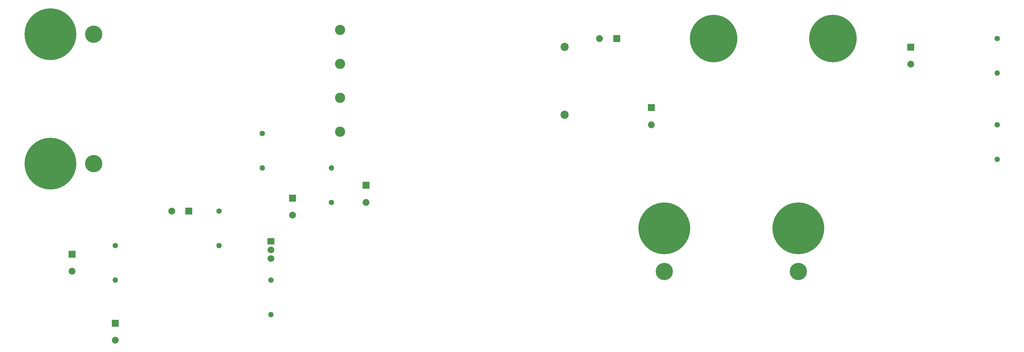
<source format=gbr>
G04 #@! TF.GenerationSoftware,KiCad,Pcbnew,(5.1.5)-3*
G04 #@! TF.CreationDate,2020-06-24T22:01:33+03:00*
G04 #@! TF.ProjectId,forward_converter_opto,666f7277-6172-4645-9f63-6f6e76657274,rev?*
G04 #@! TF.SameCoordinates,Original*
G04 #@! TF.FileFunction,Soldermask,Bot*
G04 #@! TF.FilePolarity,Negative*
%FSLAX46Y46*%
G04 Gerber Fmt 4.6, Leading zero omitted, Abs format (unit mm)*
G04 Created by KiCad (PCBNEW (5.1.5)-3) date 2020-06-24 22:01:33*
%MOMM*%
%LPD*%
G04 APERTURE LIST*
%ADD10C,2.000000*%
%ADD11R,2.000000X2.000000*%
%ADD12C,3.000000*%
%ADD13C,2.400000*%
%ADD14R,2.000000X1.905000*%
%ADD15O,2.000000X1.905000*%
%ADD16O,2.000000X2.000000*%
%ADD17C,14.000000*%
%ADD18O,1.600000X1.600000*%
%ADD19C,1.600000*%
%ADD20C,15.240000*%
%ADD21C,5.080000*%
G04 APERTURE END LIST*
D10*
X243840000Y-35480000D03*
D11*
X243840000Y-30480000D03*
D12*
X76200000Y-25400000D03*
X76200000Y-35400000D03*
X76200000Y-45400000D03*
X76200000Y-55400000D03*
D13*
X142200000Y-30400000D03*
X142200000Y-50400000D03*
D14*
X55880000Y-87630000D03*
D15*
X55880000Y-90170000D03*
X55880000Y-92710000D03*
D10*
X-2540000Y-96440000D03*
D11*
X-2540000Y-91440000D03*
X10160000Y-111760000D03*
D10*
X10160000Y-116760000D03*
D11*
X31750000Y-78740000D03*
D10*
X26750000Y-78740000D03*
X62230000Y-79930000D03*
D11*
X62230000Y-74930000D03*
X83820000Y-71120000D03*
D16*
X83820000Y-76200000D03*
D11*
X157480000Y-27940000D03*
D16*
X152400000Y-27940000D03*
D11*
X167640000Y-48260000D03*
D16*
X167640000Y-53340000D03*
D17*
X185980000Y-27940000D03*
X220980000Y-27940000D03*
D18*
X10160000Y-99060000D03*
D19*
X10160000Y-88900000D03*
D18*
X40640000Y-88900000D03*
D19*
X40640000Y-78740000D03*
D18*
X53340000Y-66040000D03*
D19*
X53340000Y-55880000D03*
X73660000Y-76200000D03*
D18*
X73660000Y-66040000D03*
D19*
X55880000Y-99060000D03*
D18*
X55880000Y-109220000D03*
X269240000Y-38100000D03*
D19*
X269240000Y-27940000D03*
X269240000Y-53340000D03*
D18*
X269240000Y-63500000D03*
D20*
X-8890000Y-26670000D03*
D21*
X3810000Y-26670000D03*
X3810000Y-64770000D03*
D20*
X-8890000Y-64770000D03*
X210820000Y-83820000D03*
D21*
X210820000Y-96520000D03*
X171450000Y-96520000D03*
D20*
X171450000Y-83820000D03*
M02*

</source>
